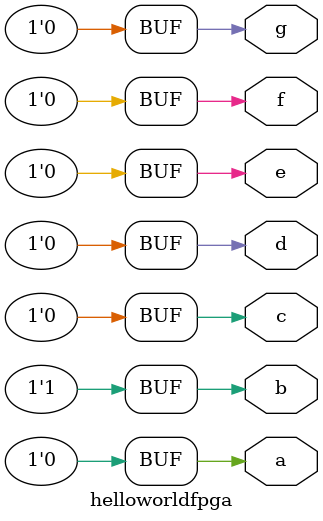
<source format=v>
/*Function for driving a seven segment display through 
a decimal input
January 19,2021
Code by G V V Sharma
Released under GNU GPL
*/

//declaring the blink module
module helloworldfpga(
                 output a,
                 output b,
                 output c,
                 output d,
                 output e,
                 output f,
                 output g
);

//begin function takes decimal input and gives seven segment output
function automatic [6:0] gpio_out;

    input [6:0] num_i; 

begin
    case (num_i)   //case statement for each decimal input
        0 : gpio_out = 7'b0000001;
        1 : gpio_out = 7'b1001111;
        2 : gpio_out = 7'b0010010;
        3 : gpio_out = 7'b0000110;
        4 : gpio_out = 7'b1001100;
        5 : gpio_out = 7'b0100100;
        6 : gpio_out = 7'b0100000;
        7 : gpio_out = 7'b0001111;
        8 : gpio_out = 7'b0000000;
        9 : gpio_out = 7'b0000100;
        
        //switch off 7 segment character when the bcd digit is not a decimal number.
        default : gpio_out = 7'b1111111; 
    endcase
end
endfunction
//end function

//display number
assign {a, b,c,d,e,f,g}=gpio_out(6);
endmodule
//end of the module








</source>
